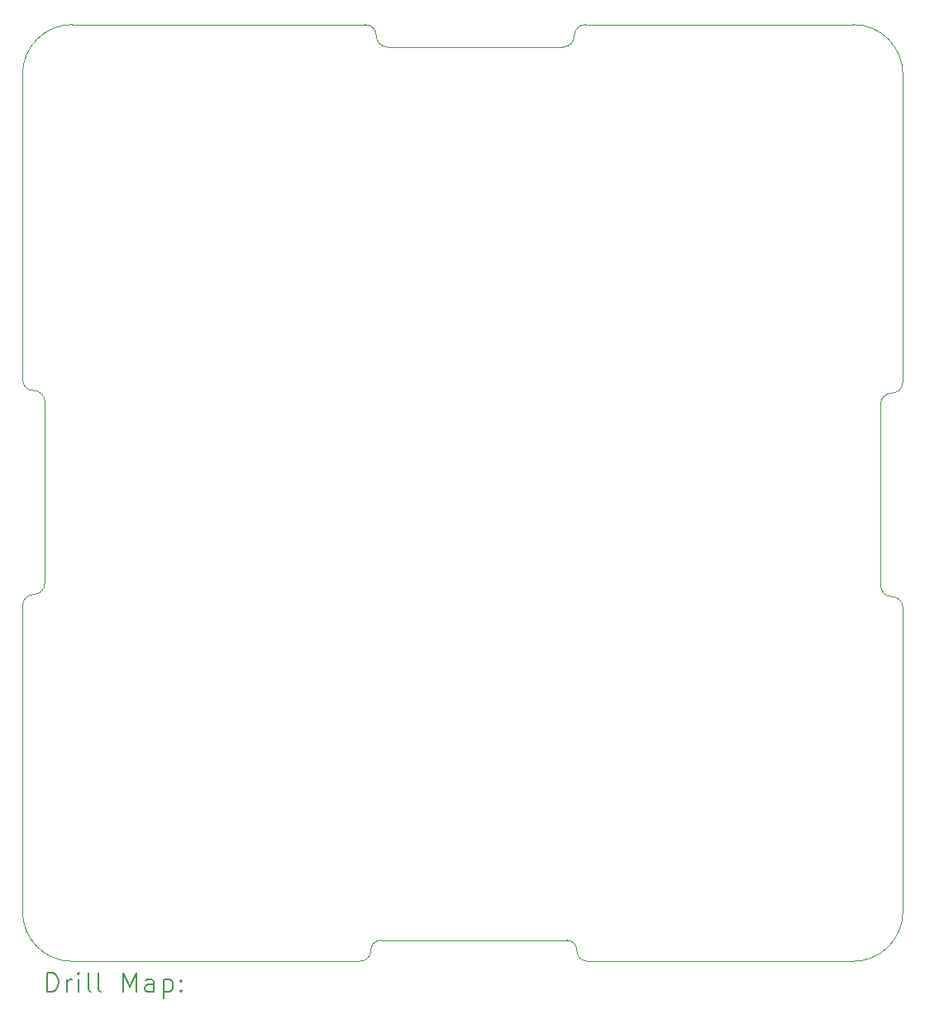
<source format=gbr>
%TF.GenerationSoftware,KiCad,Pcbnew,(6.0.7)*%
%TF.CreationDate,2022-12-20T16:15:47-05:00*%
%TF.ProjectId,obc-db,6f62632d-6462-42e6-9b69-6361645f7063,rev?*%
%TF.SameCoordinates,Original*%
%TF.FileFunction,Drillmap*%
%TF.FilePolarity,Positive*%
%FSLAX45Y45*%
G04 Gerber Fmt 4.5, Leading zero omitted, Abs format (unit mm)*
G04 Created by KiCad (PCBNEW (6.0.7)) date 2022-12-20 16:15:47*
%MOMM*%
%LPD*%
G01*
G04 APERTURE LIST*
%ADD10C,0.100000*%
%ADD11C,0.200000*%
G04 APERTURE END LIST*
D10*
X11430000Y-4699000D02*
G75*
G03*
X10922000Y-5207000I0J-508000D01*
G01*
X14546120Y-4813300D02*
G75*
G03*
X14431822Y-4699000I-114300J0D01*
G01*
X19939000Y-8356600D02*
X19939000Y-5207000D01*
X11150600Y-8559800D02*
G75*
G03*
X11036300Y-8445500I-114300J0D01*
G01*
X11036300Y-10532920D02*
G75*
G03*
X10922000Y-10647222I0J-114300D01*
G01*
X14660422Y-4927600D02*
X16459200Y-4927600D01*
X19431000Y-14287500D02*
G75*
G03*
X19939000Y-13779500I0J508000D01*
G01*
X19824700Y-8470900D02*
G75*
G03*
X19939000Y-8356600I0J114300D01*
G01*
X11430000Y-4699000D02*
X14431822Y-4699000D01*
X10922000Y-10647222D02*
X10922000Y-13779500D01*
X16459200Y-4927600D02*
G75*
G03*
X16573500Y-4813300I0J114300D01*
G01*
X19824700Y-8470900D02*
G75*
G03*
X19710400Y-8585200I0J-114300D01*
G01*
X16687800Y-4699000D02*
G75*
G03*
X16573500Y-4813300I0J-114300D01*
G01*
X16687800Y-4699000D02*
X19431000Y-4699000D01*
X16598900Y-14173200D02*
G75*
G03*
X16713200Y-14287500I114300J0D01*
G01*
X19710400Y-10439400D02*
G75*
G03*
X19824700Y-10553700I114300J0D01*
G01*
X16713200Y-14287500D02*
X19431000Y-14287500D01*
X19710400Y-10439400D02*
X19710400Y-8585200D01*
X19939000Y-13779500D02*
X19939000Y-10668000D01*
X11430000Y-14287500D02*
X14376400Y-14287500D01*
X14592300Y-14071600D02*
X16497300Y-14071600D01*
X14592300Y-14071600D02*
G75*
G03*
X14490700Y-14173200I0J-101600D01*
G01*
X16598900Y-14173200D02*
G75*
G03*
X16497300Y-14071600I-101600J0D01*
G01*
X14376400Y-14287500D02*
G75*
G03*
X14490700Y-14173200I0J114300D01*
G01*
X19939000Y-10668000D02*
G75*
G03*
X19824700Y-10553700I-114300J0D01*
G01*
X14546120Y-4813300D02*
G75*
G03*
X14660422Y-4927600I114300J0D01*
G01*
X11150600Y-8559800D02*
X11150600Y-10418622D01*
X11036300Y-10532920D02*
G75*
G03*
X11150600Y-10418622I0J114300D01*
G01*
X10922000Y-5207000D02*
X10922000Y-8331200D01*
X10922000Y-13779500D02*
G75*
G03*
X11430000Y-14287500I508000J0D01*
G01*
X19939000Y-5207000D02*
G75*
G03*
X19431000Y-4699000I-508000J0D01*
G01*
X10922000Y-8331200D02*
G75*
G03*
X11036300Y-8445500I114300J0D01*
G01*
D11*
X11174619Y-14602976D02*
X11174619Y-14402976D01*
X11222238Y-14402976D01*
X11250809Y-14412500D01*
X11269857Y-14431548D01*
X11279381Y-14450595D01*
X11288905Y-14488690D01*
X11288905Y-14517262D01*
X11279381Y-14555357D01*
X11269857Y-14574405D01*
X11250809Y-14593452D01*
X11222238Y-14602976D01*
X11174619Y-14602976D01*
X11374619Y-14602976D02*
X11374619Y-14469643D01*
X11374619Y-14507738D02*
X11384143Y-14488690D01*
X11393667Y-14479167D01*
X11412714Y-14469643D01*
X11431762Y-14469643D01*
X11498428Y-14602976D02*
X11498428Y-14469643D01*
X11498428Y-14402976D02*
X11488905Y-14412500D01*
X11498428Y-14422024D01*
X11507952Y-14412500D01*
X11498428Y-14402976D01*
X11498428Y-14422024D01*
X11622238Y-14602976D02*
X11603190Y-14593452D01*
X11593667Y-14574405D01*
X11593667Y-14402976D01*
X11727000Y-14602976D02*
X11707952Y-14593452D01*
X11698428Y-14574405D01*
X11698428Y-14402976D01*
X11955571Y-14602976D02*
X11955571Y-14402976D01*
X12022238Y-14545833D01*
X12088905Y-14402976D01*
X12088905Y-14602976D01*
X12269857Y-14602976D02*
X12269857Y-14498214D01*
X12260333Y-14479167D01*
X12241286Y-14469643D01*
X12203190Y-14469643D01*
X12184143Y-14479167D01*
X12269857Y-14593452D02*
X12250809Y-14602976D01*
X12203190Y-14602976D01*
X12184143Y-14593452D01*
X12174619Y-14574405D01*
X12174619Y-14555357D01*
X12184143Y-14536309D01*
X12203190Y-14526786D01*
X12250809Y-14526786D01*
X12269857Y-14517262D01*
X12365095Y-14469643D02*
X12365095Y-14669643D01*
X12365095Y-14479167D02*
X12384143Y-14469643D01*
X12422238Y-14469643D01*
X12441286Y-14479167D01*
X12450809Y-14488690D01*
X12460333Y-14507738D01*
X12460333Y-14564881D01*
X12450809Y-14583928D01*
X12441286Y-14593452D01*
X12422238Y-14602976D01*
X12384143Y-14602976D01*
X12365095Y-14593452D01*
X12546048Y-14583928D02*
X12555571Y-14593452D01*
X12546048Y-14602976D01*
X12536524Y-14593452D01*
X12546048Y-14583928D01*
X12546048Y-14602976D01*
X12546048Y-14479167D02*
X12555571Y-14488690D01*
X12546048Y-14498214D01*
X12536524Y-14488690D01*
X12546048Y-14479167D01*
X12546048Y-14498214D01*
M02*

</source>
